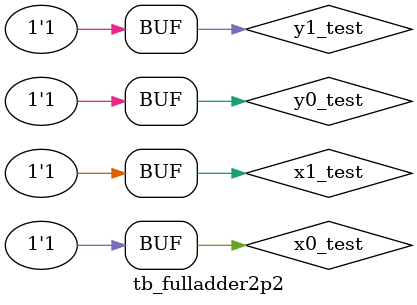
<source format=v>
`timescale 1ns/1ps
module tb_fulladder2p2;
reg x1_test;
reg x0_test;
reg y1_test;
reg y0_test;
wire c_test;
wire s1_test;
wire s0_test;

initial begin
  x1_test = 0;
  x0_test = 0;
  y1_test = 0;
  y0_test = 0;
  #40 
  x1_test = 0;
  x0_test = 1;
  y1_test = 0;
  y0_test = 1;
  #40 
  x1_test = 0;
  x0_test = 1;
  y1_test = 1;
  y0_test = 1;
  #40 
  x1_test = 1;
  x0_test = 1;
  y1_test = 1;
  y0_test = 1;
  #40;
end
fulladder2p2 UUT_fulladder2p2(x1_test, x0_test, y1_test, y0_test,
               c_test, s1_test, s0_test);
endmodule
</source>
